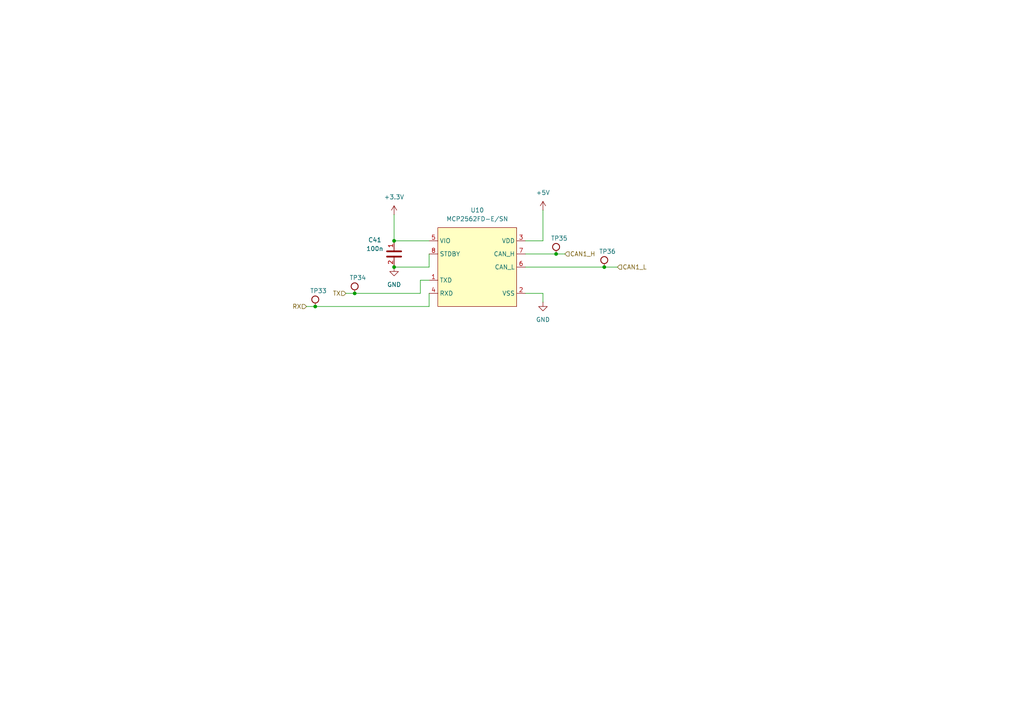
<source format=kicad_sch>
(kicad_sch (version 20250114) (generator "eeschema") (generator_version "9.0")
  (paper "A4")
  (lib_symbols
    (symbol ".Test-Point:RH-5015" (pin_numbers (hide yes)) (pin_names (hide yes))
      (property "Reference" "TP" (at 0 -15.24 0))
      (property "Value" "RH-5015" (at 0 -11.43 0))
      (symbol "RH-5015_1_1"
        (circle (center 0 2.032) (radius 1.016) (stroke (width 0.254)))
        (pin passive line (at 0 0 90) (length 0.9906) (name "1") (number "1"))
      )
    )
    (symbol "BFR Capacitors:06035C104KAT2A"
      (property "Reference" "C" (at 0 2.54 0))
      (property "Value" "100n" (at 1.27 2.54 0))
      (symbol "06035C104KAT2A_0_1"
        (polyline (pts (xy -2.032 0.762) (xy 2.032 0.762)) (stroke (width 0.508)))
        (polyline (pts (xy -2.032 -0.762) (xy 2.032 -0.762)) (stroke (width 0.508)))
      )
      (symbol "06035C104KAT2A_1_1"
        (pin passive line (at 0 3.81 270) (length 2.794) (name "~") (number "1"))
        (pin passive line (at 0 -3.81 90) (length 2.794) (name "~") (number "2"))
      )
    )
    (symbol "MCP2562-CAN_Transceiver:MCP2562-E/SN"
      (property "Reference" "U" (at 0 0 0))
      (property "Value" "MCP2562 E/SN" (at 0.254 -2.032 0))
      (symbol "MCP2562-E/SN_1_1"
        (rectangle (start -11.43 -3.81) (end 11.43 -26.67) (fill (type color) (color 255 255 195 1)))
        (pin input line (at -13.97 -7.62 0) (length 2.54) (name "VIO") (number "5"))
        (pin input line (at -13.97 -11.43 0) (length 2.54) (name "STDBY") (number "8"))
        (pin input line (at -13.97 -19.05 0) (length 2.54) (name "TXD") (number "1"))
        (pin input line (at -13.97 -22.86 0) (length 2.54) (name "RXD") (number "4"))
        (pin input line (at 13.97 -7.62 180) (length 2.54) (name "VDD") (number "3"))
        (pin input line (at 13.97 -11.43 180) (length 2.54) (name "CAN_H") (number "7"))
        (pin input line (at 13.97 -15.24 180) (length 2.54) (name "CAN_L") (number "6"))
        (pin input line (at 13.97 -22.86 180) (length 2.54) (name "VSS") (number "2"))
      )
    )
    (symbol "power:+3.3V" (power) (pin_numbers (hide yes)) (pin_names (offset 0) (hide yes))
      (property "Value" "+3.3V" (at 0 3.556 0))
      (symbol "+3.3V_0_1"
        (polyline (pts (xy -0.762 1.27) (xy 0 2.54)))
        (polyline (pts (xy 0 2.54) (xy 0.762 1.27)))
        (polyline (pts (xy 0 0) (xy 0 2.54)))
      )
      (symbol "+3.3V_1_1"
        (pin power_in line (at 0 0 90) (length 0) (name "~") (number "1"))
      )
    )
    (symbol "power:+5V" (power) (pin_numbers (hide yes)) (pin_names (offset 0) (hide yes))
      (property "Value" "+5V" (at 0 3.556 0))
      (symbol "+5V_0_1"
        (polyline (pts (xy -0.762 1.27) (xy 0 2.54)))
        (polyline (pts (xy 0 2.54) (xy 0.762 1.27)))
        (polyline (pts (xy 0 0) (xy 0 2.54)))
      )
      (symbol "+5V_1_1"
        (pin power_in line (at 0 0 90) (length 0) (name "~") (number "1"))
      )
    )
    (symbol "power:GND" (power) (pin_numbers (hide yes)) (pin_names (offset 0) (hide yes))
      (property "Value" "GND" (at 0 -3.81 0))
      (symbol "GND_0_1"
        (polyline (pts (xy 0 0) (xy 0 -1.27) (xy 1.27 -1.27) (xy 0 -2.54) (xy -1.27 -1.27) (xy 0 -1.27)))
      )
      (symbol "GND_1_1"
        (pin power_in line (at 0 0 270) (length 0) (name "~") (number "1"))
      )
    )
  )
  (junction (at 175.26 77.47))
  (junction (at 102.87 85.09))
  (junction (at 161.29 73.66))
  (junction (at 91.44 88.9))
  (junction (at 114.3 77.47))
  (junction (at 114.3 69.85))
  (wire (pts (xy 157.48 60.96) (xy 157.48 69.85)))
  (wire (pts (xy 124.46 88.9) (xy 124.46 85.09)))
  (wire (pts (xy 124.46 77.47) (xy 114.3 77.47)))
  (wire (pts (xy 121.92 81.28) (xy 124.46 81.28)))
  (wire (pts (xy 175.26 77.47) (xy 179.07 77.47)))
  (wire (pts (xy 152.4 73.66) (xy 161.29 73.66)))
  (wire (pts (xy 100.33 85.09) (xy 102.87 85.09)))
  (wire (pts (xy 88.9 88.9) (xy 91.44 88.9)))
  (wire (pts (xy 157.48 69.85) (xy 152.4 69.85)))
  (wire (pts (xy 114.3 62.23) (xy 114.3 69.85)))
  (wire (pts (xy 102.87 85.09) (xy 121.92 85.09)))
  (wire (pts (xy 152.4 85.09) (xy 157.48 85.09)))
  (wire (pts (xy 124.46 73.66) (xy 124.46 77.47)))
  (wire (pts (xy 114.3 69.85) (xy 124.46 69.85)))
  (wire (pts (xy 91.44 88.9) (xy 124.46 88.9)))
  (wire (pts (xy 121.92 81.28) (xy 121.92 85.09)))
  (wire (pts (xy 157.48 85.09) (xy 157.48 87.63)))
  (wire (pts (xy 161.29 73.66) (xy 163.83 73.66)))
  (wire (pts (xy 152.4 77.47) (xy 175.26 77.47)))
  (hierarchical_label "CAN1_L" (shape input) (at 179.07 77.47 0))
  (hierarchical_label "CAN1_H" (shape input) (at 163.83 73.66 0))
  (hierarchical_label "RX" (shape input) (at 88.9 88.9 180))
  (hierarchical_label "TX" (shape input) (at 100.33 85.09 180))
  (symbol (lib_id "power:+3.3V") (at 114.3 62.23 0) (unit 1)
    (property "Reference" "#PWR055" (effects (hide yes)))
    (property "Value" "+3.3V" (at 114.3 57.15 0))
    (property "Description" "Power symbol creates a global label with name \"+3.3V\"" (effects (hide yes)))
  )
  (symbol (lib_id ".Test-Point:RH-5015") (at 175.26 77.47 0) (unit 1)
    (property "Reference" "TP36" (at 173.7368 72.2137 0) (effects (justify left top)))
    (property "Value" "RH-5015" (effects (hide yes)))
    (property "Footprint" "TestPoint:TestPoint_Keystone_5015_Micro_Mini" (effects (hide yes)))
    (property "Datasheet" "https://wmsc.lcsc.com/wmsc/upload/file/pdf/v2/lcsc/2310260935_ronghe-RH-5015_C5199798.pdf" (effects (hide yes)))
    (property "Description" "Surface-mount grabby test point" (effects (hide yes)))
    (property "Link" "https://jlcpcb.com/partdetail/Ronghe-RH5015/C5199798" (effects (hide yes)))
    (property "Digikey P/N" "36-5015CT-ND" (effects (hide yes)))
    (property "Mouser P/N" "534-5015" (effects (hide yes)))
    (property "LCSC P/N" "C5199798" (effects (hide yes)))
    (property "Manufacturer" "Ronghe" (effects (hide yes)))
    (property "Manufacturer P/N" "RH-5015" (effects (hide yes)))
    (property "LCSC Part #" "C5199798" (effects (hide yes)))
  )
  (symbol (lib_id "power:+5V") (at 157.48 60.96 0) (unit 1)
    (property "Reference" "#PWR057" (effects (hide yes)))
    (property "Value" "+5V" (at 157.48 55.88 0))
    (property "Description" "Power symbol creates a global label with name \"+5V\"" (effects (hide yes)))
  )
  (symbol (lib_id ".Test-Point:RH-5015") (at 102.87 85.09 0) (unit 1)
    (property "Reference" "TP34" (at 101.3468 79.8337 0) (effects (justify left top)))
    (property "Value" "RH-5015" (effects (hide yes)))
    (property "Footprint" "TestPoint:TestPoint_Keystone_5015_Micro_Mini" (effects (hide yes)))
    (property "Datasheet" "https://wmsc.lcsc.com/wmsc/upload/file/pdf/v2/lcsc/2310260935_ronghe-RH-5015_C5199798.pdf" (effects (hide yes)))
    (property "Description" "Surface-mount grabby test point" (effects (hide yes)))
    (property "Link" "https://jlcpcb.com/partdetail/Ronghe-RH5015/C5199798" (effects (hide yes)))
    (property "Digikey P/N" "36-5015CT-ND" (effects (hide yes)))
    (property "Mouser P/N" "534-5015" (effects (hide yes)))
    (property "LCSC P/N" "C5199798" (effects (hide yes)))
    (property "Manufacturer" "Ronghe" (effects (hide yes)))
    (property "Manufacturer P/N" "RH-5015" (effects (hide yes)))
    (property "LCSC Part #" "C5199798" (effects (hide yes)))
  )
  (symbol (lib_id ".Test-Point:RH-5015") (at 161.29 73.66 0) (unit 1)
    (property "Reference" "TP35" (at 159.7668 68.4037 0) (effects (justify left top)))
    (property "Value" "RH-5015" (effects (hide yes)))
    (property "Footprint" "TestPoint:TestPoint_Keystone_5015_Micro_Mini" (effects (hide yes)))
    (property "Datasheet" "https://wmsc.lcsc.com/wmsc/upload/file/pdf/v2/lcsc/2310260935_ronghe-RH-5015_C5199798.pdf" (effects (hide yes)))
    (property "Description" "Surface-mount grabby test point" (effects (hide yes)))
    (property "Link" "https://jlcpcb.com/partdetail/Ronghe-RH5015/C5199798" (effects (hide yes)))
    (property "Digikey P/N" "36-5015CT-ND" (effects (hide yes)))
    (property "Mouser P/N" "534-5015" (effects (hide yes)))
    (property "LCSC P/N" "C5199798" (effects (hide yes)))
    (property "Manufacturer" "Ronghe" (effects (hide yes)))
    (property "Manufacturer P/N" "RH-5015" (effects (hide yes)))
    (property "LCSC Part #" "C5199798" (effects (hide yes)))
  )
  (symbol (lib_id ".Test-Point:RH-5015") (at 91.44 88.9 0) (unit 1)
    (property "Reference" "TP33" (at 89.9168 83.6437 0) (effects (justify left top)))
    (property "Value" "RH-5015" (effects (hide yes)))
    (property "Footprint" "TestPoint:TestPoint_Keystone_5015_Micro_Mini" (effects (hide yes)))
    (property "Datasheet" "https://wmsc.lcsc.com/wmsc/upload/file/pdf/v2/lcsc/2310260935_ronghe-RH-5015_C5199798.pdf" (effects (hide yes)))
    (property "Description" "Surface-mount grabby test point" (effects (hide yes)))
    (property "Link" "https://jlcpcb.com/partdetail/Ronghe-RH5015/C5199798" (effects (hide yes)))
    (property "Digikey P/N" "36-5015CT-ND" (effects (hide yes)))
    (property "Mouser P/N" "534-5015" (effects (hide yes)))
    (property "LCSC P/N" "C5199798" (effects (hide yes)))
    (property "Manufacturer" "Ronghe" (effects (hide yes)))
    (property "Manufacturer P/N" "RH-5015" (effects (hide yes)))
    (property "LCSC Part #" "C5199798" (effects (hide yes)))
  )
  (symbol (lib_id "MCP2562-CAN_Transceiver:MCP2562-E/SN") (at 138.43 62.23 0) (unit 1)
    (property "Reference" "U10" (at 138.43 60.96 0))
    (property "Value" "MCP2562FD-E/SN" (at 138.43 63.5 0))
    (property "Footprint" "Package_SO:SOIC-8_3.9x4.9mm_P1.27mm" (effects (hide yes)))
    (property "Datasheet" "https://ww1.microchip.com/downloads/en/DeviceDoc/20005284A.pdf" (effects (hide yes)))
    (property "Mouser P/N" "579-MCP2562FD-E/SN " (effects (hide yes)))
    (property "LCSC P/N" " C124016" (effects (hide yes)))
  )
  (symbol (lib_id "power:GND") (at 157.48 87.63 0) (unit 1)
    (property "Reference" "#PWR058" (effects (hide yes)))
    (property "Value" "GND" (at 157.48 92.71 0))
    (property "Description" "Power symbol creates a global label with name \"GND\" , ground" (effects (hide yes)))
  )
  (symbol (lib_id "BFR Capacitors:06035C104KAT2A") (at 114.3 73.66 0) (unit 1)
    (property "Reference" "C41" (at 108.712 69.596 0))
    (property "Value" "100n" (at 108.712 72.136 0))
    (property "Footprint" "Capacitor_SMD:C_0603_1608Metric_Pad1.08x0.95mm_HandSolder" (effects (hide yes)))
    (property "Description" "100nF±10% X7R 16V JLCPCB Basic 0603 Capacitor" (effects (hide yes)))
    (property "Sim.Device" "SUBCKT" (effects (hide yes)))
    (property "Sim.Pins" "1=P1 2=P2" (effects (hide yes)))
    (property "Sim.Library" "${BFRUH_DIR}/Electronics/spice_models/bfr_capacitors/06035C104KAT2A.lib" (effects (hide yes)))
    (property "Sim.Name" "06035C104KAT2A" (effects (hide yes)))
    (property "Pretty Name" "100nF 16V 0603 Capacitor" (effects (hide yes)))
    (property "Order From" "LCSC" (effects (hide yes)))
    (property "Digikey P/N" "478-KGM15BR71H104KTCT-ND" (effects (hide yes)))
    (property "Mouser P/N" "581-06035C104KAT2A" (effects (hide yes)))
    (property "LCSC P/N" "C14663" (effects (hide yes)))
    (property "JLCPCB Basic Part" "Yes" (effects (hide yes)))
    (property "Created by" "capacitor_generator.py script using capacitor_bible_spec.txt" (effects (hide yes)))
  )
  (symbol (lib_id "power:GND") (at 114.3 77.47 0) (unit 1)
    (property "Reference" "#PWR056" (effects (hide yes)))
    (property "Value" "GND" (at 114.3 82.55 0))
    (property "Description" "Power symbol creates a global label with name \"GND\" , ground" (effects (hide yes)))
  )
)
</source>
